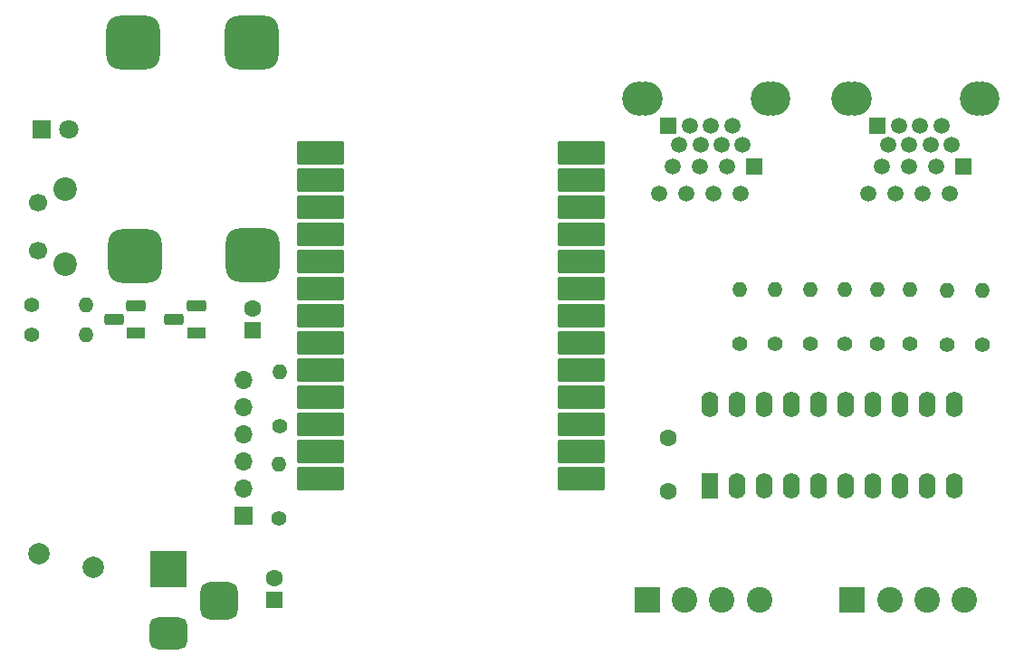
<source format=gbr>
%TF.GenerationSoftware,KiCad,Pcbnew,7.0.9*%
%TF.CreationDate,2024-07-05T12:55:43+10:00*%
%TF.ProjectId,ethernet_led_controller,65746865-726e-4657-945f-6c65645f636f,v1_1_0*%
%TF.SameCoordinates,Original*%
%TF.FileFunction,Soldermask,Top*%
%TF.FilePolarity,Negative*%
%FSLAX46Y46*%
G04 Gerber Fmt 4.6, Leading zero omitted, Abs format (unit mm)*
G04 Created by KiCad (PCBNEW 7.0.9) date 2024-07-05 12:55:43*
%MOMM*%
%LPD*%
G01*
G04 APERTURE LIST*
G04 Aperture macros list*
%AMRoundRect*
0 Rectangle with rounded corners*
0 $1 Rounding radius*
0 $2 $3 $4 $5 $6 $7 $8 $9 X,Y pos of 4 corners*
0 Add a 4 corners polygon primitive as box body*
4,1,4,$2,$3,$4,$5,$6,$7,$8,$9,$2,$3,0*
0 Add four circle primitives for the rounded corners*
1,1,$1+$1,$2,$3*
1,1,$1+$1,$4,$5*
1,1,$1+$1,$6,$7*
1,1,$1+$1,$8,$9*
0 Add four rect primitives between the rounded corners*
20,1,$1+$1,$2,$3,$4,$5,0*
20,1,$1+$1,$4,$5,$6,$7,0*
20,1,$1+$1,$6,$7,$8,$9,0*
20,1,$1+$1,$8,$9,$2,$3,0*%
G04 Aperture macros list end*
%ADD10C,3.200000*%
%ADD11R,1.500000X1.500000*%
%ADD12C,1.500000*%
%ADD13R,3.500000X3.500000*%
%ADD14RoundRect,0.750000X1.000000X-0.750000X1.000000X0.750000X-1.000000X0.750000X-1.000000X-0.750000X0*%
%ADD15RoundRect,0.875000X0.875000X-0.875000X0.875000X0.875000X-0.875000X0.875000X-0.875000X-0.875000X0*%
%ADD16C,1.400000*%
%ADD17O,1.400000X1.400000*%
%ADD18RoundRect,0.220000X1.980000X-0.880000X1.980000X0.880000X-1.980000X0.880000X-1.980000X-0.880000X0*%
%ADD19C,1.700000*%
%ADD20R,1.800000X1.100000*%
%ADD21RoundRect,0.275000X0.625000X-0.275000X0.625000X0.275000X-0.625000X0.275000X-0.625000X-0.275000X0*%
%ADD22R,1.700000X1.700000*%
%ADD23O,1.700000X1.700000*%
%ADD24R,2.400000X2.400000*%
%ADD25C,2.400000*%
%ADD26R,1.600000X1.600000*%
%ADD27C,1.600000*%
%ADD28C,2.010000*%
%ADD29C,2.200000*%
%ADD30R,1.800000X1.800000*%
%ADD31C,1.800000*%
%ADD32RoundRect,1.250000X1.250000X-1.250000X1.250000X1.250000X-1.250000X1.250000X-1.250000X-1.250000X0*%
%ADD33R,1.600000X2.400000*%
%ADD34O,1.600000X2.400000*%
G04 APERTURE END LIST*
D10*
%TO.C,J2*%
X157339000Y-71740000D03*
X156759000Y-71740000D03*
X145329000Y-71740000D03*
X144739000Y-71740000D03*
D11*
X155489000Y-78090000D03*
X147489000Y-74290000D03*
D12*
X154219000Y-80630000D03*
X148489000Y-76040000D03*
X152949000Y-78090000D03*
X149489000Y-74290000D03*
X151679000Y-80630000D03*
X150489000Y-76040000D03*
X151489000Y-74290000D03*
X150409000Y-78090000D03*
X152489000Y-76040000D03*
X149139000Y-80630000D03*
X153489000Y-74290000D03*
X147869000Y-78090000D03*
X154389000Y-76040000D03*
X146599000Y-80630000D03*
%TD*%
D13*
%TO.C,J6*%
X100759000Y-115740000D03*
D14*
X100759000Y-121740000D03*
D15*
X105459000Y-118740000D03*
%TD*%
D16*
%TO.C,R1*%
X111159000Y-102340000D03*
D17*
X111159000Y-97260000D03*
%TD*%
D18*
%TO.C,U1*%
X114997000Y-76760000D03*
D19*
X115759000Y-76760000D03*
D18*
X114997000Y-79300000D03*
D19*
X115759000Y-79300000D03*
D18*
X114997000Y-81840000D03*
D19*
X115759000Y-81840000D03*
D18*
X114997000Y-84380000D03*
D19*
X115759000Y-84380000D03*
D18*
X114997000Y-86920000D03*
D19*
X115759000Y-86920000D03*
D18*
X114997000Y-89460000D03*
D19*
X115759000Y-89460000D03*
D18*
X114997000Y-92000000D03*
D19*
X115759000Y-92000000D03*
D18*
X114997000Y-94540000D03*
D19*
X115759000Y-94540000D03*
D18*
X114997000Y-97080000D03*
D19*
X115759000Y-97080000D03*
D18*
X114997000Y-99620000D03*
D19*
X115759000Y-99620000D03*
D18*
X114997000Y-102160000D03*
D19*
X115759000Y-102160000D03*
D18*
X114997000Y-104700000D03*
D19*
X115759000Y-104700000D03*
D18*
X114997000Y-107240000D03*
D19*
X115759000Y-107240000D03*
X138619000Y-107240000D03*
D18*
X139381000Y-107240000D03*
D19*
X138619000Y-104700000D03*
D18*
X139381000Y-104700000D03*
D19*
X138619000Y-102160000D03*
D18*
X139381000Y-102160000D03*
D19*
X138619000Y-99620000D03*
D18*
X139381000Y-99620000D03*
D19*
X138619000Y-97080000D03*
D18*
X139381000Y-97080000D03*
D19*
X138619000Y-94540000D03*
D18*
X139381000Y-94540000D03*
D19*
X138619000Y-92000000D03*
D18*
X139381000Y-92000000D03*
D19*
X138619000Y-89460000D03*
D18*
X139381000Y-89460000D03*
D19*
X138619000Y-86920000D03*
D18*
X139381000Y-86920000D03*
D19*
X138619000Y-84380000D03*
D18*
X139381000Y-84380000D03*
D19*
X138619000Y-81840000D03*
D18*
X139381000Y-81840000D03*
D19*
X138619000Y-79300000D03*
D18*
X139381000Y-79300000D03*
D19*
X138619000Y-76760000D03*
D18*
X139381000Y-76760000D03*
%TD*%
D20*
%TO.C,Q2*%
X103329000Y-93610000D03*
D21*
X101259000Y-92340000D03*
X103329000Y-91070000D03*
%TD*%
D16*
%TO.C,R5*%
X160759000Y-94680000D03*
D17*
X160759000Y-89600000D03*
%TD*%
D22*
%TO.C,J1*%
X107759000Y-110740000D03*
D23*
X107759000Y-108200000D03*
X107759000Y-105660000D03*
X107759000Y-103120000D03*
X107759000Y-100580000D03*
X107759000Y-98040000D03*
%TD*%
D10*
%TO.C,J3*%
X176891500Y-71740000D03*
X176311500Y-71740000D03*
X164881500Y-71740000D03*
X164291500Y-71740000D03*
D11*
X175041500Y-78090000D03*
X167041500Y-74290000D03*
D12*
X173771500Y-80630000D03*
X168041500Y-76040000D03*
X172501500Y-78090000D03*
X169041500Y-74290000D03*
X171231500Y-80630000D03*
X170041500Y-76040000D03*
X171041500Y-74290000D03*
X169961500Y-78090000D03*
X172041500Y-76040000D03*
X168691500Y-80630000D03*
X173041500Y-74290000D03*
X167421500Y-78090000D03*
X173941500Y-76040000D03*
X166151500Y-80630000D03*
%TD*%
D24*
%TO.C,J4*%
X164700000Y-118600000D03*
D25*
X168200000Y-118600000D03*
X171700000Y-118600000D03*
X175200000Y-118600000D03*
%TD*%
D26*
%TO.C,C1*%
X108659000Y-93395112D03*
D27*
X108659000Y-91395112D03*
%TD*%
D28*
%TO.C,F1*%
X93709000Y-115540000D03*
X88609000Y-114340000D03*
%TD*%
D16*
%TO.C,R11*%
X87979000Y-91040000D03*
D17*
X93059000Y-91040000D03*
%TD*%
D26*
%TO.C,C2*%
X110659000Y-118595112D03*
D27*
X110659000Y-116595112D03*
%TD*%
D16*
%TO.C,R8*%
X170099000Y-94680000D03*
D17*
X170099000Y-89600000D03*
%TD*%
D16*
%TO.C,R12*%
X87979000Y-93840000D03*
D17*
X93059000Y-93840000D03*
%TD*%
D16*
%TO.C,R10*%
X176859000Y-94780000D03*
D17*
X176859000Y-89700000D03*
%TD*%
D29*
%TO.C,SW1*%
X91059000Y-87190000D03*
X91059000Y-80190000D03*
D19*
X88559000Y-85940000D03*
X88559000Y-81440000D03*
%TD*%
D16*
%TO.C,R4*%
X157459000Y-94680000D03*
D17*
X157459000Y-89600000D03*
%TD*%
D16*
%TO.C,R9*%
X173559000Y-94740000D03*
D17*
X173559000Y-89660000D03*
%TD*%
D16*
%TO.C,R2*%
X111059000Y-110980000D03*
D17*
X111059000Y-105900000D03*
%TD*%
D27*
%TO.C,C3*%
X147459000Y-108440000D03*
X147459000Y-103440000D03*
%TD*%
D30*
%TO.C,D1*%
X88859000Y-74640000D03*
D31*
X91399000Y-74640000D03*
%TD*%
D20*
%TO.C,Q1*%
X97729000Y-93610000D03*
D21*
X95659000Y-92340000D03*
X97729000Y-91070000D03*
%TD*%
D16*
%TO.C,R3*%
X154159000Y-94680000D03*
D17*
X154159000Y-89600000D03*
%TD*%
D24*
%TO.C,J5*%
X145500000Y-118600000D03*
D25*
X149000000Y-118600000D03*
X152500000Y-118600000D03*
X156000000Y-118600000D03*
%TD*%
D22*
%TO.C,J8*%
X95972400Y-67245200D03*
D23*
X98664800Y-67245200D03*
D32*
X97459000Y-66490000D03*
D23*
X109764600Y-67194400D03*
D22*
X107148400Y-67169000D03*
D32*
X108559000Y-66440000D03*
X108609000Y-86340000D03*
D22*
X107275400Y-85380800D03*
D23*
X110009000Y-85340000D03*
D32*
X97609000Y-86440000D03*
D23*
X98918800Y-85584000D03*
D22*
X96150200Y-85533200D03*
%TD*%
D16*
%TO.C,R6*%
X163959000Y-94640000D03*
D17*
X163959000Y-89560000D03*
%TD*%
D33*
%TO.C,U2*%
X151339000Y-107960000D03*
D34*
X153879000Y-107960000D03*
X156419000Y-107960000D03*
X158959000Y-107960000D03*
X161499000Y-107960000D03*
X164039000Y-107960000D03*
X166579000Y-107960000D03*
X169119000Y-107960000D03*
X171659000Y-107960000D03*
X174199000Y-107960000D03*
X174199000Y-100340000D03*
X171659000Y-100340000D03*
X169119000Y-100340000D03*
X166579000Y-100340000D03*
X164039000Y-100340000D03*
X161499000Y-100340000D03*
X158959000Y-100340000D03*
X156419000Y-100340000D03*
X153879000Y-100340000D03*
X151339000Y-100340000D03*
%TD*%
D16*
%TO.C,R7*%
X167059000Y-94680000D03*
D17*
X167059000Y-89600000D03*
%TD*%
M02*

</source>
